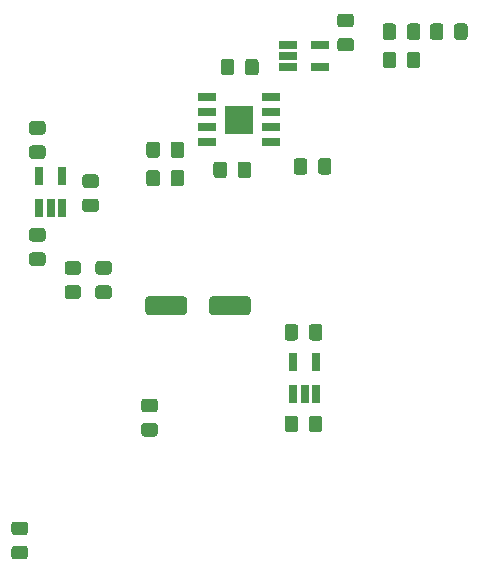
<source format=gbr>
G04 #@! TF.GenerationSoftware,KiCad,Pcbnew,5.1.6*
G04 #@! TF.CreationDate,2020-07-27T17:19:51+02:00*
G04 #@! TF.ProjectId,motor-board,6d6f746f-722d-4626-9f61-72642e6b6963,1*
G04 #@! TF.SameCoordinates,Original*
G04 #@! TF.FileFunction,Paste,Top*
G04 #@! TF.FilePolarity,Positive*
%FSLAX46Y46*%
G04 Gerber Fmt 4.6, Leading zero omitted, Abs format (unit mm)*
G04 Created by KiCad (PCBNEW 5.1.6) date 2020-07-27 17:19:51*
%MOMM*%
%LPD*%
G01*
G04 APERTURE LIST*
%ADD10R,0.650000X1.560000*%
%ADD11R,1.525000X0.650000*%
%ADD12R,2.390000X2.390000*%
%ADD13R,1.560000X0.650000*%
G04 APERTURE END LIST*
G36*
G01*
X158450001Y-119925000D02*
X157549999Y-119925000D01*
G75*
G02*
X157300000Y-119675001I0J249999D01*
G01*
X157300000Y-119024999D01*
G75*
G02*
X157549999Y-118775000I249999J0D01*
G01*
X158450001Y-118775000D01*
G75*
G02*
X158700000Y-119024999I0J-249999D01*
G01*
X158700000Y-119675001D01*
G75*
G02*
X158450001Y-119925000I-249999J0D01*
G01*
G37*
G36*
G01*
X158450001Y-121975000D02*
X157549999Y-121975000D01*
G75*
G02*
X157300000Y-121725001I0J249999D01*
G01*
X157300000Y-121074999D01*
G75*
G02*
X157549999Y-120825000I249999J0D01*
G01*
X158450001Y-120825000D01*
G75*
G02*
X158700000Y-121074999I0J-249999D01*
G01*
X158700000Y-121725001D01*
G75*
G02*
X158450001Y-121975000I-249999J0D01*
G01*
G37*
G36*
G01*
X177550000Y-99949600D02*
X177550000Y-101050400D01*
G75*
G02*
X177300400Y-101300000I-249600J0D01*
G01*
X174299600Y-101300000D01*
G75*
G02*
X174050000Y-101050400I0J249600D01*
G01*
X174050000Y-99949600D01*
G75*
G02*
X174299600Y-99700000I249600J0D01*
G01*
X177300400Y-99700000D01*
G75*
G02*
X177550000Y-99949600I0J-249600D01*
G01*
G37*
G36*
G01*
X172150000Y-99950000D02*
X172150000Y-101050000D01*
G75*
G02*
X171900000Y-101300000I-250000J0D01*
G01*
X168900000Y-101300000D01*
G75*
G02*
X168650000Y-101050000I0J250000D01*
G01*
X168650000Y-99950000D01*
G75*
G02*
X168900000Y-99700000I250000J0D01*
G01*
X171900000Y-99700000D01*
G75*
G02*
X172150000Y-99950000I0J-250000D01*
G01*
G37*
G36*
G01*
X183250000Y-89150001D02*
X183250000Y-88249999D01*
G75*
G02*
X183499999Y-88000000I249999J0D01*
G01*
X184150001Y-88000000D01*
G75*
G02*
X184400000Y-88249999I0J-249999D01*
G01*
X184400000Y-89150001D01*
G75*
G02*
X184150001Y-89400000I-249999J0D01*
G01*
X183499999Y-89400000D01*
G75*
G02*
X183250000Y-89150001I0J249999D01*
G01*
G37*
G36*
G01*
X181200000Y-89150450D02*
X181200000Y-88249550D01*
G75*
G02*
X181449550Y-88000000I249550J0D01*
G01*
X182100450Y-88000000D01*
G75*
G02*
X182350000Y-88249550I0J-249550D01*
G01*
X182350000Y-89150450D01*
G75*
G02*
X182100450Y-89400000I-249550J0D01*
G01*
X181449550Y-89400000D01*
G75*
G02*
X181200000Y-89150450I0J249550D01*
G01*
G37*
G36*
G01*
X183625000Y-110049999D02*
X183625000Y-110950001D01*
G75*
G02*
X183375001Y-111200000I-249999J0D01*
G01*
X182724999Y-111200000D01*
G75*
G02*
X182475000Y-110950001I0J249999D01*
G01*
X182475000Y-110049999D01*
G75*
G02*
X182724999Y-109800000I249999J0D01*
G01*
X183375001Y-109800000D01*
G75*
G02*
X183625000Y-110049999I0J-249999D01*
G01*
G37*
G36*
G01*
X181575000Y-110049999D02*
X181575000Y-110950001D01*
G75*
G02*
X181325001Y-111200000I-249999J0D01*
G01*
X180674999Y-111200000D01*
G75*
G02*
X180425000Y-110950001I0J249999D01*
G01*
X180425000Y-110049999D01*
G75*
G02*
X180674999Y-109800000I249999J0D01*
G01*
X181325001Y-109800000D01*
G75*
G02*
X181575000Y-110049999I0J-249999D01*
G01*
G37*
G36*
G01*
X182475000Y-103200001D02*
X182475000Y-102299999D01*
G75*
G02*
X182724999Y-102050000I249999J0D01*
G01*
X183375001Y-102050000D01*
G75*
G02*
X183625000Y-102299999I0J-249999D01*
G01*
X183625000Y-103200001D01*
G75*
G02*
X183375001Y-103450000I-249999J0D01*
G01*
X182724999Y-103450000D01*
G75*
G02*
X182475000Y-103200001I0J249999D01*
G01*
G37*
G36*
G01*
X180425000Y-103200450D02*
X180425000Y-102299550D01*
G75*
G02*
X180674550Y-102050000I249550J0D01*
G01*
X181325450Y-102050000D01*
G75*
G02*
X181575000Y-102299550I0J-249550D01*
G01*
X181575000Y-103200450D01*
G75*
G02*
X181325450Y-103450000I-249550J0D01*
G01*
X180674550Y-103450000D01*
G75*
G02*
X180425000Y-103200450I0J249550D01*
G01*
G37*
G36*
G01*
X171925000Y-86849999D02*
X171925000Y-87750001D01*
G75*
G02*
X171675001Y-88000000I-249999J0D01*
G01*
X171024999Y-88000000D01*
G75*
G02*
X170775000Y-87750001I0J249999D01*
G01*
X170775000Y-86849999D01*
G75*
G02*
X171024999Y-86600000I249999J0D01*
G01*
X171675001Y-86600000D01*
G75*
G02*
X171925000Y-86849999I0J-249999D01*
G01*
G37*
G36*
G01*
X169875000Y-86849999D02*
X169875000Y-87750001D01*
G75*
G02*
X169625001Y-88000000I-249999J0D01*
G01*
X168974999Y-88000000D01*
G75*
G02*
X168725000Y-87750001I0J249999D01*
G01*
X168725000Y-86849999D01*
G75*
G02*
X168974999Y-86600000I249999J0D01*
G01*
X169625001Y-86600000D01*
G75*
G02*
X169875000Y-86849999I0J-249999D01*
G01*
G37*
G36*
G01*
X186050001Y-78975000D02*
X185149999Y-78975000D01*
G75*
G02*
X184900000Y-78725001I0J249999D01*
G01*
X184900000Y-78074999D01*
G75*
G02*
X185149999Y-77825000I249999J0D01*
G01*
X186050001Y-77825000D01*
G75*
G02*
X186300000Y-78074999I0J-249999D01*
G01*
X186300000Y-78725001D01*
G75*
G02*
X186050001Y-78975000I-249999J0D01*
G01*
G37*
G36*
G01*
X186050001Y-76925000D02*
X185149999Y-76925000D01*
G75*
G02*
X184900000Y-76675001I0J249999D01*
G01*
X184900000Y-76024999D01*
G75*
G02*
X185149999Y-75775000I249999J0D01*
G01*
X186050001Y-75775000D01*
G75*
G02*
X186300000Y-76024999I0J-249999D01*
G01*
X186300000Y-76675001D01*
G75*
G02*
X186050001Y-76925000I-249999J0D01*
G01*
G37*
G36*
G01*
X159950001Y-86025000D02*
X159049999Y-86025000D01*
G75*
G02*
X158800000Y-85775001I0J249999D01*
G01*
X158800000Y-85124999D01*
G75*
G02*
X159049999Y-84875000I249999J0D01*
G01*
X159950001Y-84875000D01*
G75*
G02*
X160200000Y-85124999I0J-249999D01*
G01*
X160200000Y-85775001D01*
G75*
G02*
X159950001Y-86025000I-249999J0D01*
G01*
G37*
G36*
G01*
X159950001Y-88075000D02*
X159049999Y-88075000D01*
G75*
G02*
X158800000Y-87825001I0J249999D01*
G01*
X158800000Y-87174999D01*
G75*
G02*
X159049999Y-86925000I249999J0D01*
G01*
X159950001Y-86925000D01*
G75*
G02*
X160200000Y-87174999I0J-249999D01*
G01*
X160200000Y-87825001D01*
G75*
G02*
X159950001Y-88075000I-249999J0D01*
G01*
G37*
G36*
G01*
X175550000Y-88549999D02*
X175550000Y-89450001D01*
G75*
G02*
X175300001Y-89700000I-249999J0D01*
G01*
X174649999Y-89700000D01*
G75*
G02*
X174400000Y-89450001I0J249999D01*
G01*
X174400000Y-88549999D01*
G75*
G02*
X174649999Y-88300000I249999J0D01*
G01*
X175300001Y-88300000D01*
G75*
G02*
X175550000Y-88549999I0J-249999D01*
G01*
G37*
G36*
G01*
X177600000Y-88549550D02*
X177600000Y-89450450D01*
G75*
G02*
X177350450Y-89700000I-249550J0D01*
G01*
X176699550Y-89700000D01*
G75*
G02*
X176450000Y-89450450I0J249550D01*
G01*
X176450000Y-88549550D01*
G75*
G02*
X176699550Y-88300000I249550J0D01*
G01*
X177350450Y-88300000D01*
G75*
G02*
X177600000Y-88549550I0J-249550D01*
G01*
G37*
G36*
G01*
X178225000Y-79849999D02*
X178225000Y-80750001D01*
G75*
G02*
X177975001Y-81000000I-249999J0D01*
G01*
X177324999Y-81000000D01*
G75*
G02*
X177075000Y-80750001I0J249999D01*
G01*
X177075000Y-79849999D01*
G75*
G02*
X177324999Y-79600000I249999J0D01*
G01*
X177975001Y-79600000D01*
G75*
G02*
X178225000Y-79849999I0J-249999D01*
G01*
G37*
G36*
G01*
X176175000Y-79849999D02*
X176175000Y-80750001D01*
G75*
G02*
X175925001Y-81000000I-249999J0D01*
G01*
X175274999Y-81000000D01*
G75*
G02*
X175025000Y-80750001I0J249999D01*
G01*
X175025000Y-79849999D01*
G75*
G02*
X175274999Y-79600000I249999J0D01*
G01*
X175925001Y-79600000D01*
G75*
G02*
X176175000Y-79849999I0J-249999D01*
G01*
G37*
G36*
G01*
X195925000Y-76849999D02*
X195925000Y-77750001D01*
G75*
G02*
X195675001Y-78000000I-249999J0D01*
G01*
X195024999Y-78000000D01*
G75*
G02*
X194775000Y-77750001I0J249999D01*
G01*
X194775000Y-76849999D01*
G75*
G02*
X195024999Y-76600000I249999J0D01*
G01*
X195675001Y-76600000D01*
G75*
G02*
X195925000Y-76849999I0J-249999D01*
G01*
G37*
G36*
G01*
X193875000Y-76849999D02*
X193875000Y-77750001D01*
G75*
G02*
X193625001Y-78000000I-249999J0D01*
G01*
X192974999Y-78000000D01*
G75*
G02*
X192725000Y-77750001I0J249999D01*
G01*
X192725000Y-76849999D01*
G75*
G02*
X192974999Y-76600000I249999J0D01*
G01*
X193625001Y-76600000D01*
G75*
G02*
X193875000Y-76849999I0J-249999D01*
G01*
G37*
G36*
G01*
X169875000Y-89249999D02*
X169875000Y-90150001D01*
G75*
G02*
X169625001Y-90400000I-249999J0D01*
G01*
X168974999Y-90400000D01*
G75*
G02*
X168725000Y-90150001I0J249999D01*
G01*
X168725000Y-89249999D01*
G75*
G02*
X168974999Y-89000000I249999J0D01*
G01*
X169625001Y-89000000D01*
G75*
G02*
X169875000Y-89249999I0J-249999D01*
G01*
G37*
G36*
G01*
X171925000Y-89249999D02*
X171925000Y-90150001D01*
G75*
G02*
X171675001Y-90400000I-249999J0D01*
G01*
X171024999Y-90400000D01*
G75*
G02*
X170775000Y-90150001I0J249999D01*
G01*
X170775000Y-89249999D01*
G75*
G02*
X171024999Y-89000000I249999J0D01*
G01*
X171675001Y-89000000D01*
G75*
G02*
X171925000Y-89249999I0J-249999D01*
G01*
G37*
G36*
G01*
X189875000Y-76849999D02*
X189875000Y-77750001D01*
G75*
G02*
X189625001Y-78000000I-249999J0D01*
G01*
X188974999Y-78000000D01*
G75*
G02*
X188725000Y-77750001I0J249999D01*
G01*
X188725000Y-76849999D01*
G75*
G02*
X188974999Y-76600000I249999J0D01*
G01*
X189625001Y-76600000D01*
G75*
G02*
X189875000Y-76849999I0J-249999D01*
G01*
G37*
G36*
G01*
X191925000Y-76849999D02*
X191925000Y-77750001D01*
G75*
G02*
X191675001Y-78000000I-249999J0D01*
G01*
X191024999Y-78000000D01*
G75*
G02*
X190775000Y-77750001I0J249999D01*
G01*
X190775000Y-76849999D01*
G75*
G02*
X191024999Y-76600000I249999J0D01*
G01*
X191675001Y-76600000D01*
G75*
G02*
X191925000Y-76849999I0J-249999D01*
G01*
G37*
G36*
G01*
X191925000Y-79249999D02*
X191925000Y-80150001D01*
G75*
G02*
X191675001Y-80400000I-249999J0D01*
G01*
X191024999Y-80400000D01*
G75*
G02*
X190775000Y-80150001I0J249999D01*
G01*
X190775000Y-79249999D01*
G75*
G02*
X191024999Y-79000000I249999J0D01*
G01*
X191675001Y-79000000D01*
G75*
G02*
X191925000Y-79249999I0J-249999D01*
G01*
G37*
G36*
G01*
X189875000Y-79249999D02*
X189875000Y-80150001D01*
G75*
G02*
X189625001Y-80400000I-249999J0D01*
G01*
X188974999Y-80400000D01*
G75*
G02*
X188725000Y-80150001I0J249999D01*
G01*
X188725000Y-79249999D01*
G75*
G02*
X188974999Y-79000000I249999J0D01*
G01*
X189625001Y-79000000D01*
G75*
G02*
X189875000Y-79249999I0J-249999D01*
G01*
G37*
G36*
G01*
X163549999Y-89375000D02*
X164450001Y-89375000D01*
G75*
G02*
X164700000Y-89624999I0J-249999D01*
G01*
X164700000Y-90275001D01*
G75*
G02*
X164450001Y-90525000I-249999J0D01*
G01*
X163549999Y-90525000D01*
G75*
G02*
X163300000Y-90275001I0J249999D01*
G01*
X163300000Y-89624999D01*
G75*
G02*
X163549999Y-89375000I249999J0D01*
G01*
G37*
G36*
G01*
X163549999Y-91425000D02*
X164450001Y-91425000D01*
G75*
G02*
X164700000Y-91674999I0J-249999D01*
G01*
X164700000Y-92325001D01*
G75*
G02*
X164450001Y-92575000I-249999J0D01*
G01*
X163549999Y-92575000D01*
G75*
G02*
X163300000Y-92325001I0J249999D01*
G01*
X163300000Y-91674999D01*
G75*
G02*
X163549999Y-91425000I249999J0D01*
G01*
G37*
G36*
G01*
X162950001Y-99925000D02*
X162049999Y-99925000D01*
G75*
G02*
X161800000Y-99675001I0J249999D01*
G01*
X161800000Y-99024999D01*
G75*
G02*
X162049999Y-98775000I249999J0D01*
G01*
X162950001Y-98775000D01*
G75*
G02*
X163200000Y-99024999I0J-249999D01*
G01*
X163200000Y-99675001D01*
G75*
G02*
X162950001Y-99925000I-249999J0D01*
G01*
G37*
G36*
G01*
X162950001Y-97875000D02*
X162049999Y-97875000D01*
G75*
G02*
X161800000Y-97625001I0J249999D01*
G01*
X161800000Y-96974999D01*
G75*
G02*
X162049999Y-96725000I249999J0D01*
G01*
X162950001Y-96725000D01*
G75*
G02*
X163200000Y-96974999I0J-249999D01*
G01*
X163200000Y-97625001D01*
G75*
G02*
X162950001Y-97875000I-249999J0D01*
G01*
G37*
G36*
G01*
X159049999Y-95975000D02*
X159950001Y-95975000D01*
G75*
G02*
X160200000Y-96224999I0J-249999D01*
G01*
X160200000Y-96875001D01*
G75*
G02*
X159950001Y-97125000I-249999J0D01*
G01*
X159049999Y-97125000D01*
G75*
G02*
X158800000Y-96875001I0J249999D01*
G01*
X158800000Y-96224999D01*
G75*
G02*
X159049999Y-95975000I249999J0D01*
G01*
G37*
G36*
G01*
X159049999Y-93925000D02*
X159950001Y-93925000D01*
G75*
G02*
X160200000Y-94174999I0J-249999D01*
G01*
X160200000Y-94825001D01*
G75*
G02*
X159950001Y-95075000I-249999J0D01*
G01*
X159049999Y-95075000D01*
G75*
G02*
X158800000Y-94825001I0J249999D01*
G01*
X158800000Y-94174999D01*
G75*
G02*
X159049999Y-93925000I249999J0D01*
G01*
G37*
G36*
G01*
X169450001Y-111575000D02*
X168549999Y-111575000D01*
G75*
G02*
X168300000Y-111325001I0J249999D01*
G01*
X168300000Y-110674999D01*
G75*
G02*
X168549999Y-110425000I249999J0D01*
G01*
X169450001Y-110425000D01*
G75*
G02*
X169700000Y-110674999I0J-249999D01*
G01*
X169700000Y-111325001D01*
G75*
G02*
X169450001Y-111575000I-249999J0D01*
G01*
G37*
G36*
G01*
X169450001Y-109525000D02*
X168549999Y-109525000D01*
G75*
G02*
X168300000Y-109275001I0J249999D01*
G01*
X168300000Y-108624999D01*
G75*
G02*
X168549999Y-108375000I249999J0D01*
G01*
X169450001Y-108375000D01*
G75*
G02*
X169700000Y-108624999I0J-249999D01*
G01*
X169700000Y-109275001D01*
G75*
G02*
X169450001Y-109525000I-249999J0D01*
G01*
G37*
G36*
G01*
X165550001Y-97875000D02*
X164649999Y-97875000D01*
G75*
G02*
X164400000Y-97625001I0J249999D01*
G01*
X164400000Y-96974999D01*
G75*
G02*
X164649999Y-96725000I249999J0D01*
G01*
X165550001Y-96725000D01*
G75*
G02*
X165800000Y-96974999I0J-249999D01*
G01*
X165800000Y-97625001D01*
G75*
G02*
X165550001Y-97875000I-249999J0D01*
G01*
G37*
G36*
G01*
X165550001Y-99925000D02*
X164649999Y-99925000D01*
G75*
G02*
X164400000Y-99675001I0J249999D01*
G01*
X164400000Y-99024999D01*
G75*
G02*
X164649999Y-98775000I249999J0D01*
G01*
X165550001Y-98775000D01*
G75*
G02*
X165800000Y-99024999I0J-249999D01*
G01*
X165800000Y-99675001D01*
G75*
G02*
X165550001Y-99925000I-249999J0D01*
G01*
G37*
D10*
X181175000Y-107975000D03*
X182125000Y-107975000D03*
X183075000Y-107975000D03*
X183075000Y-105275000D03*
X181175000Y-105275000D03*
D11*
X173876000Y-82830000D03*
X173876000Y-84100000D03*
X173876000Y-85370000D03*
X173876000Y-86640000D03*
X179300000Y-86640000D03*
X179300000Y-85370000D03*
X179300000Y-84100000D03*
X179300000Y-82830000D03*
D12*
X176588000Y-84735000D03*
D13*
X180700000Y-78400000D03*
X180700000Y-79350000D03*
X180700000Y-80300000D03*
X183400000Y-80300000D03*
X183400000Y-78400000D03*
D10*
X159675000Y-89525000D03*
X161575000Y-89525000D03*
X161575000Y-92225000D03*
X160625000Y-92225000D03*
X159675000Y-92225000D03*
M02*

</source>
